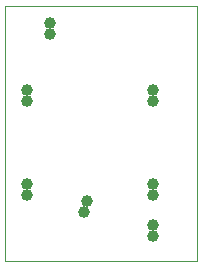
<source format=gbl>
G75*
%MOIN*%
%OFA0B0*%
%FSLAX24Y24*%
%IPPOS*%
%LPD*%
%AMOC8*
5,1,8,0,0,1.08239X$1,22.5*
%
%ADD10C,0.0000*%
%ADD11C,0.0397*%
D10*
X002517Y002517D02*
X002517Y010992D01*
X008918Y010992D01*
X008918Y002517D01*
X002517Y002517D01*
D11*
X003267Y004704D03*
X003267Y005079D03*
X005142Y004142D03*
X005267Y004517D03*
X007454Y004704D03*
X007454Y005079D03*
X007454Y003704D03*
X007454Y003329D03*
X007454Y007829D03*
X007454Y008204D03*
X004017Y010079D03*
X004017Y010454D03*
X003267Y008204D03*
X003267Y007829D03*
M02*

</source>
